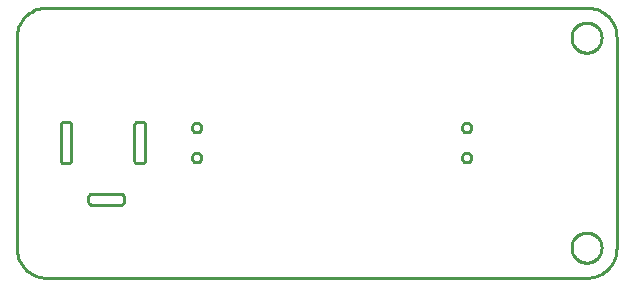
<source format=gbr>
G04 EAGLE Gerber RS-274X export*
G75*
%MOMM*%
%FSLAX34Y34*%
%LPD*%
%IN*%
%IPPOS*%
%AMOC8*
5,1,8,0,0,1.08239X$1,22.5*%
G01*
%ADD10C,0.254000*%


D10*
X0Y25400D02*
X97Y23186D01*
X386Y20989D01*
X865Y18826D01*
X1532Y16713D01*
X2380Y14666D01*
X3403Y12700D01*
X4594Y10831D01*
X5942Y9073D01*
X7440Y7440D01*
X9073Y5942D01*
X10831Y4594D01*
X12700Y3403D01*
X14666Y2380D01*
X16713Y1532D01*
X18826Y865D01*
X20989Y386D01*
X23186Y97D01*
X25400Y0D01*
X482600Y0D01*
X484814Y97D01*
X487011Y386D01*
X489174Y865D01*
X491287Y1532D01*
X493335Y2380D01*
X495300Y3403D01*
X497169Y4594D01*
X498927Y5942D01*
X500561Y7440D01*
X502058Y9073D01*
X503406Y10831D01*
X504597Y12700D01*
X505620Y14666D01*
X506468Y16713D01*
X507135Y18826D01*
X507614Y20989D01*
X507903Y23186D01*
X508000Y25400D01*
X508000Y203200D01*
X507903Y205414D01*
X507614Y207611D01*
X507135Y209774D01*
X506468Y211887D01*
X505620Y213935D01*
X504597Y215900D01*
X503406Y217769D01*
X502058Y219527D01*
X500561Y221161D01*
X498927Y222658D01*
X497169Y224006D01*
X495300Y225197D01*
X493335Y226220D01*
X491287Y227068D01*
X489174Y227735D01*
X487011Y228214D01*
X484814Y228503D01*
X482600Y228600D01*
X25400Y228600D01*
X23186Y228503D01*
X20989Y228214D01*
X18826Y227735D01*
X16713Y227068D01*
X14666Y226220D01*
X12700Y225197D01*
X10831Y224006D01*
X9073Y222658D01*
X7440Y221161D01*
X5942Y219527D01*
X4594Y217769D01*
X3403Y215900D01*
X2380Y213935D01*
X1532Y211887D01*
X865Y209774D01*
X386Y207611D01*
X97Y205414D01*
X0Y203200D01*
X0Y25400D01*
X60750Y64308D02*
X60760Y64090D01*
X60788Y63874D01*
X60835Y63661D01*
X60901Y63453D01*
X60984Y63251D01*
X61085Y63058D01*
X61202Y62874D01*
X61335Y62701D01*
X61482Y62540D01*
X61643Y62393D01*
X61816Y62260D01*
X62000Y62143D01*
X62193Y62042D01*
X62395Y61959D01*
X62603Y61893D01*
X62816Y61846D01*
X63032Y61818D01*
X63250Y61808D01*
X88250Y61808D01*
X88468Y61818D01*
X88684Y61846D01*
X88897Y61893D01*
X89105Y61959D01*
X89307Y62042D01*
X89500Y62143D01*
X89684Y62260D01*
X89857Y62393D01*
X90018Y62540D01*
X90165Y62701D01*
X90298Y62874D01*
X90415Y63058D01*
X90516Y63251D01*
X90599Y63453D01*
X90665Y63661D01*
X90712Y63874D01*
X90741Y64090D01*
X90750Y64308D01*
X90750Y68800D01*
X90708Y69005D01*
X90648Y69206D01*
X90571Y69401D01*
X90477Y69589D01*
X90367Y69767D01*
X90242Y69935D01*
X90102Y70092D01*
X89950Y70236D01*
X89786Y70366D01*
X89610Y70482D01*
X89426Y70581D01*
X89234Y70665D01*
X89035Y70731D01*
X88831Y70779D01*
X88623Y70810D01*
X88414Y70822D01*
X88204Y70816D01*
X87996Y70792D01*
X62996Y70792D01*
X62811Y70795D01*
X62626Y70782D01*
X62443Y70753D01*
X62264Y70708D01*
X62089Y70647D01*
X61920Y70572D01*
X61758Y70482D01*
X61604Y70378D01*
X61460Y70261D01*
X61327Y70132D01*
X61206Y69992D01*
X61097Y69843D01*
X61002Y69684D01*
X60921Y69517D01*
X60855Y69344D01*
X60804Y69166D01*
X60769Y68984D01*
X60750Y68800D01*
X60750Y64308D01*
X99758Y99300D02*
X99744Y99103D01*
X99748Y98906D01*
X99769Y98710D01*
X99807Y98517D01*
X99861Y98327D01*
X99932Y98143D01*
X100019Y97966D01*
X100120Y97797D01*
X100236Y97637D01*
X100366Y97489D01*
X100508Y97352D01*
X100661Y97228D01*
X100825Y97118D01*
X100997Y97022D01*
X101177Y96942D01*
X101364Y96878D01*
X101555Y96831D01*
X101750Y96800D01*
X106750Y96800D01*
X106945Y96831D01*
X107136Y96878D01*
X107323Y96942D01*
X107503Y97022D01*
X107675Y97118D01*
X107839Y97228D01*
X107992Y97352D01*
X108134Y97489D01*
X108264Y97637D01*
X108380Y97797D01*
X108482Y97966D01*
X108568Y98143D01*
X108639Y98327D01*
X108693Y98517D01*
X108731Y98710D01*
X108752Y98906D01*
X108756Y99103D01*
X108742Y99300D01*
X108742Y129300D01*
X108756Y129497D01*
X108752Y129694D01*
X108731Y129890D01*
X108693Y130084D01*
X108639Y130273D01*
X108568Y130457D01*
X108482Y130634D01*
X108380Y130803D01*
X108264Y130963D01*
X108134Y131111D01*
X107992Y131248D01*
X107839Y131372D01*
X107675Y131482D01*
X107503Y131578D01*
X107323Y131658D01*
X107136Y131722D01*
X106945Y131769D01*
X106750Y131800D01*
X101750Y131800D01*
X101555Y131769D01*
X101364Y131722D01*
X101177Y131658D01*
X100997Y131578D01*
X100825Y131482D01*
X100661Y131372D01*
X100508Y131248D01*
X100366Y131111D01*
X100236Y130963D01*
X100120Y130803D01*
X100019Y130634D01*
X99932Y130457D01*
X99861Y130273D01*
X99807Y130084D01*
X99769Y129890D01*
X99748Y129694D01*
X99744Y129497D01*
X99758Y129300D01*
X99758Y99300D01*
X37258Y99300D02*
X37268Y99082D01*
X37296Y98866D01*
X37343Y98653D01*
X37409Y98445D01*
X37492Y98243D01*
X37593Y98050D01*
X37710Y97866D01*
X37843Y97693D01*
X37990Y97532D01*
X38151Y97385D01*
X38324Y97252D01*
X38508Y97135D01*
X38701Y97034D01*
X38903Y96951D01*
X39111Y96885D01*
X39324Y96838D01*
X39540Y96810D01*
X39758Y96800D01*
X43742Y96800D01*
X43960Y96810D01*
X44176Y96838D01*
X44389Y96885D01*
X44597Y96951D01*
X44799Y97034D01*
X44992Y97135D01*
X45176Y97252D01*
X45349Y97385D01*
X45510Y97532D01*
X45657Y97693D01*
X45790Y97866D01*
X45907Y98050D01*
X46008Y98243D01*
X46091Y98445D01*
X46157Y98653D01*
X46204Y98866D01*
X46233Y99082D01*
X46242Y99300D01*
X46242Y129300D01*
X46233Y129518D01*
X46204Y129734D01*
X46157Y129947D01*
X46091Y130155D01*
X46008Y130357D01*
X45907Y130550D01*
X45790Y130734D01*
X45657Y130907D01*
X45510Y131068D01*
X45349Y131215D01*
X45176Y131348D01*
X44992Y131465D01*
X44799Y131566D01*
X44597Y131649D01*
X44389Y131715D01*
X44176Y131762D01*
X43960Y131791D01*
X43742Y131800D01*
X39758Y131800D01*
X39540Y131791D01*
X39324Y131762D01*
X39111Y131715D01*
X38903Y131649D01*
X38701Y131566D01*
X38508Y131465D01*
X38324Y131348D01*
X38151Y131215D01*
X37990Y131068D01*
X37843Y130907D01*
X37710Y130734D01*
X37593Y130550D01*
X37492Y130357D01*
X37409Y130155D01*
X37343Y129947D01*
X37296Y129734D01*
X37268Y129518D01*
X37258Y129300D01*
X37258Y99300D01*
X156400Y126738D02*
X156332Y126218D01*
X156196Y125711D01*
X155995Y125227D01*
X155733Y124773D01*
X155414Y124357D01*
X155043Y123986D01*
X154627Y123667D01*
X154173Y123405D01*
X153689Y123204D01*
X153182Y123068D01*
X152662Y123000D01*
X152138Y123000D01*
X151618Y123068D01*
X151111Y123204D01*
X150627Y123405D01*
X150173Y123667D01*
X149757Y123986D01*
X149386Y124357D01*
X149067Y124773D01*
X148805Y125227D01*
X148604Y125711D01*
X148468Y126218D01*
X148400Y126738D01*
X148400Y127262D01*
X148468Y127782D01*
X148604Y128289D01*
X148805Y128773D01*
X149067Y129227D01*
X149386Y129643D01*
X149757Y130014D01*
X150173Y130333D01*
X150627Y130595D01*
X151111Y130796D01*
X151618Y130932D01*
X152138Y131000D01*
X152662Y131000D01*
X153182Y130932D01*
X153689Y130796D01*
X154173Y130595D01*
X154627Y130333D01*
X155043Y130014D01*
X155414Y129643D01*
X155733Y129227D01*
X155995Y128773D01*
X156196Y128289D01*
X156332Y127782D01*
X156400Y127262D01*
X156400Y126738D01*
X156400Y101338D02*
X156332Y100818D01*
X156196Y100311D01*
X155995Y99827D01*
X155733Y99373D01*
X155414Y98957D01*
X155043Y98586D01*
X154627Y98267D01*
X154173Y98005D01*
X153689Y97804D01*
X153182Y97668D01*
X152662Y97600D01*
X152138Y97600D01*
X151618Y97668D01*
X151111Y97804D01*
X150627Y98005D01*
X150173Y98267D01*
X149757Y98586D01*
X149386Y98957D01*
X149067Y99373D01*
X148805Y99827D01*
X148604Y100311D01*
X148468Y100818D01*
X148400Y101338D01*
X148400Y101862D01*
X148468Y102382D01*
X148604Y102889D01*
X148805Y103373D01*
X149067Y103827D01*
X149386Y104243D01*
X149757Y104614D01*
X150173Y104933D01*
X150627Y105195D01*
X151111Y105396D01*
X151618Y105532D01*
X152138Y105600D01*
X152662Y105600D01*
X153182Y105532D01*
X153689Y105396D01*
X154173Y105195D01*
X154627Y104933D01*
X155043Y104614D01*
X155414Y104243D01*
X155733Y103827D01*
X155995Y103373D01*
X156196Y102889D01*
X156332Y102382D01*
X156400Y101862D01*
X156400Y101338D01*
X385000Y126738D02*
X384932Y126218D01*
X384796Y125711D01*
X384595Y125227D01*
X384333Y124773D01*
X384014Y124357D01*
X383643Y123986D01*
X383227Y123667D01*
X382773Y123405D01*
X382289Y123204D01*
X381782Y123068D01*
X381262Y123000D01*
X380738Y123000D01*
X380218Y123068D01*
X379711Y123204D01*
X379227Y123405D01*
X378773Y123667D01*
X378357Y123986D01*
X377986Y124357D01*
X377667Y124773D01*
X377405Y125227D01*
X377204Y125711D01*
X377068Y126218D01*
X377000Y126738D01*
X377000Y127262D01*
X377068Y127782D01*
X377204Y128289D01*
X377405Y128773D01*
X377667Y129227D01*
X377986Y129643D01*
X378357Y130014D01*
X378773Y130333D01*
X379227Y130595D01*
X379711Y130796D01*
X380218Y130932D01*
X380738Y131000D01*
X381262Y131000D01*
X381782Y130932D01*
X382289Y130796D01*
X382773Y130595D01*
X383227Y130333D01*
X383643Y130014D01*
X384014Y129643D01*
X384333Y129227D01*
X384595Y128773D01*
X384796Y128289D01*
X384932Y127782D01*
X385000Y127262D01*
X385000Y126738D01*
X385000Y101338D02*
X384932Y100818D01*
X384796Y100311D01*
X384595Y99827D01*
X384333Y99373D01*
X384014Y98957D01*
X383643Y98586D01*
X383227Y98267D01*
X382773Y98005D01*
X382289Y97804D01*
X381782Y97668D01*
X381262Y97600D01*
X380738Y97600D01*
X380218Y97668D01*
X379711Y97804D01*
X379227Y98005D01*
X378773Y98267D01*
X378357Y98586D01*
X377986Y98957D01*
X377667Y99373D01*
X377405Y99827D01*
X377204Y100311D01*
X377068Y100818D01*
X377000Y101338D01*
X377000Y101862D01*
X377068Y102382D01*
X377204Y102889D01*
X377405Y103373D01*
X377667Y103827D01*
X377986Y104243D01*
X378357Y104614D01*
X378773Y104933D01*
X379227Y105195D01*
X379711Y105396D01*
X380218Y105532D01*
X380738Y105600D01*
X381262Y105600D01*
X381782Y105532D01*
X382289Y105396D01*
X382773Y105195D01*
X383227Y104933D01*
X383643Y104614D01*
X384014Y104243D01*
X384333Y103827D01*
X384595Y103373D01*
X384796Y102889D01*
X384932Y102382D01*
X385000Y101862D01*
X385000Y101338D01*
X495300Y202701D02*
X495222Y201706D01*
X495066Y200720D01*
X494833Y199750D01*
X494524Y198801D01*
X494142Y197879D01*
X493689Y196990D01*
X493168Y196139D01*
X492581Y195331D01*
X491933Y194573D01*
X491227Y193867D01*
X490469Y193219D01*
X489661Y192632D01*
X488810Y192111D01*
X487921Y191658D01*
X486999Y191276D01*
X486050Y190967D01*
X485080Y190734D01*
X484094Y190578D01*
X483099Y190500D01*
X482101Y190500D01*
X481106Y190578D01*
X480120Y190734D01*
X479150Y190967D01*
X478201Y191276D01*
X477279Y191658D01*
X476390Y192111D01*
X475539Y192632D01*
X474731Y193219D01*
X473973Y193867D01*
X473267Y194573D01*
X472619Y195331D01*
X472032Y196139D01*
X471511Y196990D01*
X471058Y197879D01*
X470676Y198801D01*
X470367Y199750D01*
X470134Y200720D01*
X469978Y201706D01*
X469900Y202701D01*
X469900Y203699D01*
X469978Y204694D01*
X470134Y205680D01*
X470367Y206650D01*
X470676Y207599D01*
X471058Y208521D01*
X471511Y209410D01*
X472032Y210261D01*
X472619Y211069D01*
X473267Y211827D01*
X473973Y212533D01*
X474731Y213181D01*
X475539Y213768D01*
X476390Y214289D01*
X477279Y214742D01*
X478201Y215124D01*
X479150Y215433D01*
X480120Y215666D01*
X481106Y215822D01*
X482101Y215900D01*
X483099Y215900D01*
X484094Y215822D01*
X485080Y215666D01*
X486050Y215433D01*
X486999Y215124D01*
X487921Y214742D01*
X488810Y214289D01*
X489661Y213768D01*
X490469Y213181D01*
X491227Y212533D01*
X491933Y211827D01*
X492581Y211069D01*
X493168Y210261D01*
X493689Y209410D01*
X494142Y208521D01*
X494524Y207599D01*
X494833Y206650D01*
X495066Y205680D01*
X495222Y204694D01*
X495300Y203699D01*
X495300Y202701D01*
X495300Y24901D02*
X495222Y23906D01*
X495066Y22920D01*
X494833Y21950D01*
X494524Y21001D01*
X494142Y20079D01*
X493689Y19190D01*
X493168Y18339D01*
X492581Y17531D01*
X491933Y16773D01*
X491227Y16067D01*
X490469Y15419D01*
X489661Y14832D01*
X488810Y14311D01*
X487921Y13858D01*
X486999Y13476D01*
X486050Y13167D01*
X485080Y12934D01*
X484094Y12778D01*
X483099Y12700D01*
X482101Y12700D01*
X481106Y12778D01*
X480120Y12934D01*
X479150Y13167D01*
X478201Y13476D01*
X477279Y13858D01*
X476390Y14311D01*
X475539Y14832D01*
X474731Y15419D01*
X473973Y16067D01*
X473267Y16773D01*
X472619Y17531D01*
X472032Y18339D01*
X471511Y19190D01*
X471058Y20079D01*
X470676Y21001D01*
X470367Y21950D01*
X470134Y22920D01*
X469978Y23906D01*
X469900Y24901D01*
X469900Y25899D01*
X469978Y26894D01*
X470134Y27880D01*
X470367Y28850D01*
X470676Y29799D01*
X471058Y30721D01*
X471511Y31610D01*
X472032Y32461D01*
X472619Y33269D01*
X473267Y34027D01*
X473973Y34733D01*
X474731Y35381D01*
X475539Y35968D01*
X476390Y36489D01*
X477279Y36942D01*
X478201Y37324D01*
X479150Y37633D01*
X480120Y37866D01*
X481106Y38022D01*
X482101Y38100D01*
X483099Y38100D01*
X484094Y38022D01*
X485080Y37866D01*
X486050Y37633D01*
X486999Y37324D01*
X487921Y36942D01*
X488810Y36489D01*
X489661Y35968D01*
X490469Y35381D01*
X491227Y34733D01*
X491933Y34027D01*
X492581Y33269D01*
X493168Y32461D01*
X493689Y31610D01*
X494142Y30721D01*
X494524Y29799D01*
X494833Y28850D01*
X495066Y27880D01*
X495222Y26894D01*
X495300Y25899D01*
X495300Y24901D01*
M02*

</source>
